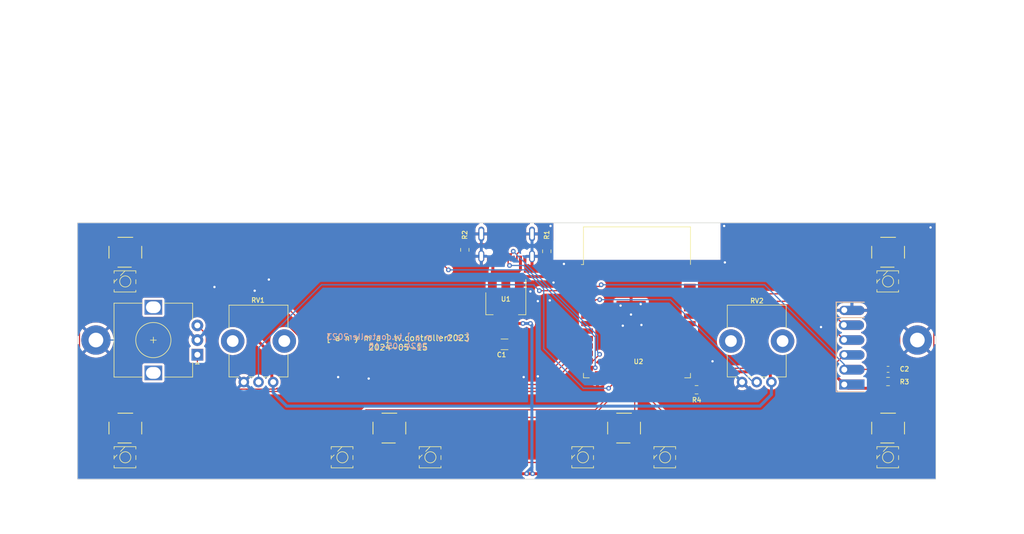
<source format=kicad_pcb>
(kicad_pcb (version 20240108) (generator "pcbnew") (generator_version "8.0")
  (layers (0 "F.Cu" signal) (31 "B.Cu" signal) (34 "B.Paste" user) (35 "F.Paste" user) (36 "B.SilkS" user "B.Silkscreen") (37 "F.SilkS" user "F.Silkscreen") (38 "B.Mask" user) (39 "F.Mask" user) (44 "Edge.Cuts" user))
  (net 0 "")
  (net 1 "/en")
  (net 2 "+3V3")
  (net 3 "/pix")
  (net 4 "GND")
  (net 5 "Net-(D1-DOUT)")
  (net 6 "Net-(D2-DOUT)")
  (net 7 "+5V")
  (net 8 "Net-(D3-DOUT)")
  (net 9 "Net-(D4-DOUT)")
  (net 10 "/flash")
  (net 11 "/rx")
  (net 12 "/tx")
  (net 13 "/usb-")
  (net 14 "/usb+")
  (net 15 "Net-(D5-DOUT)")
  (net 19 "/swi1")
  (net 20 "/swi2")
  (net 21 "/swi3")
  (net 22 "/swi4")
  (net 23 "/swi5")
  (net 24 "/swi6")
  (net 25 "Net-(J1-CC2)")
  (net 26 "Net-(J1-CC1)")
  (net 29 "Net-(U2-04|T4|AD1.3)")
  (net 30 "Net-(U2-05|T5|AD1.4)")
  (net 31 "/enc-1")
  (net 32 "/enc-2")
  (footprint "synkie_footprints:C_1206_3216Metric_Pad1.42x1.75mm_HandSolder" (layer "F.Cu") (at 110.6375 125.73)
    (property "Reference" "C1" (at -0.508 1.778 0) (layer "F.SilkS") (effects (font (size 0.8 0.8))))
    (property "Value" "10u")
    (pad "1" smd roundrect (at -1.4875 0) (size 1.425 1.75) (layers "F.Cu" "F.Paste" "F.Mask") (roundrect_rratio 0.1754392982) (net 2 "+3V3"))
    (pad "2" smd roundrect (at 1.4875 0) (size 1.425 1.75) (layers "F.Cu" "F.Paste" "F.Mask") (roundrect_rratio 0.1754392982) (net 4 "GND"))
  )
  (footprint "synkie_footprints:R_0805_2012Metric_Pad1.15x1.40mm_HandSolder" (layer "F.Cu") (at 143.367 133.477 180)
    (property "Reference" "R4" (at -0.0254 -1.7526 0) (layer "F.SilkS") (effects (font (size 0.8 0.8))))
    (property "Value" "10k")
    (pad "1" smd roundrect (at -1.025 0 180) (size 1.15 1.4) (layers "F.Cu" "F.Paste" "F.Mask") (roundrect_rratio 0.2173913043) (net 2 "+3V3"))
    (pad "2" smd roundrect (at 1.025 0 180) (size 1.15 1.4) (layers "F.Cu" "F.Paste" "F.Mask") (roundrect_rratio 0.2173913043) (net 10 "/flash"))
  )
  (footprint "Anyma06:SK6812-MINI-HS" (layer "F.Cu") (at 176 115 180)
    (property "Reference" "D6" (hide yes))
    (property "Value" "SK6812MINI")
    (pad "1" smd roundrect (at -1.84 0.89 180) (size 1.8 1) (layers "F.Cu" "F.Paste" "F.Mask"))
    (pad "2" smd roundrect (at 1.8 0.89 180) (size 1.8 1) (layers "F.Cu" "F.Paste" "F.Mask") (net 4 "GND"))
    (pad "3" smd roundrect (at 1.84 -0.89 180) (size 1.8 1) (layers "F.Cu" "F.Paste" "F.Mask") (net 15 "Net-(D5-DOUT)"))
    (pad "4" smd roundrect (at -1.84 -0.89 180) (size 1.8 1) (layers "F.Cu" "F.Paste" "F.Mask") (net 2 "+3V3"))
  )
  (footprint "Rotary_Encoder:RotaryEncoder_Alps_EC12E_Vertical_H20mm" (layer "F.Cu") (at 58.284 127.5068 180)
    (property "Reference" "SW7" (hide yes))
    (property "Value" "RotaryEncoder")
    (pad "A" thru_hole rect (at 0 0 180) (size 2 2) (drill 1) (layers "*.Cu" "*.Mask") (net 31 "/enc-1"))
    (pad "B" thru_hole circle (at 0 5 180) (size 2 2) (drill 1) (layers "*.Cu" "*.Mask") (net 32 "/enc-2"))
    (pad "C" thru_hole circle (at 0 2.5 180) (size 2 2) (drill 1) (layers "*.Cu" "*.Mask") (net 4 "GND"))
    (pad "MP" thru_hole rect (at 7.5 -3.1 180) (size 3 2.5) (drill oval 2.5 2) (layers "*.Cu" "*.Mask"))
    (pad "MP" thru_hole rect (at 7.5 8.1 180) (size 3 2.5) (drill oval 2.5 2) (layers "*.Cu" "*.Mask"))
  )
  (footprint "synkie_footprints:Potentiometer_Alps_RK09K_Single_Vertical" (layer "F.Cu") (at 156.1228 132.1712 90)
    (property "Reference" "RV2" (at 13.858 -2.4688 0) (layer "F.SilkS") (effects (font (size 0.8 0.8))))
    (property "Value" "R_Potentiometer")
    (pad "" np_thru_hole circle (at 7 -6.9 90) (size 4 4) (drill 2) (layers "*.Cu" "*.Mask"))
    (pad "" np_thru_hole circle (at 7 1.9 90) (size 4 4) (drill 2) (layers "*.Cu" "*.Mask"))
    (pad "1" thru_hole circle (at 0 0 90) (size 1.8 1.8) (drill 1) (layers "*.Cu" "*.Mask") (net 2 "+3V3"))
    (pad "2" thru_hole circle (at 0 -2.5 90) (size 1.8 1.8) (drill 1) (layers "*.Cu" "*.Mask") (net 30 "Net-(U2-05|T5|AD1.4)"))
    (pad "3" thru_hole circle (at 0 -5 90) (size 1.8 1.8) (drill 1) (layers "*.Cu" "*.Mask") (net 4 "GND"))
  )
  (footprint "synkie_footprints:Alps_Tactile_Switch" (layer "F.Cu") (at 176 110)
    (property "Reference" "SW6" (hide yes))
    (property "Value" "SW_Push")
    (pad "1" smd rect (at -3.115 -1.81) (size 2 1.1) (layers "F.Cu" "F.Paste" "F.Mask") (net 24 "/swi6"))
    (pad "1" smd rect (at 3.185 -1.81) (size 2 1.1) (layers "F.Cu" "F.Paste" "F.Mask") (net 24 "/swi6"))
    (pad "2" smd rect (at -3.115 1.9) (size 2 1.1) (layers "F.Cu" "F.Paste" "F.Mask") (net 4 "GND"))
    (pad "2" smd rect (at 3.185 1.9) (size 2 1.1) (layers "F.Cu" "F.Paste" "F.Mask") (net 4 "GND"))
  )
  (footprint "Package_TO_SOT_SMD:SOT-223-3_TabPin2" (layer "F.Cu") (at 110.855 118.77 -90)
    (property "Reference" "U1" (at -0.762 0 180) (layer "F.SilkS") (effects (font (size 0.8 0.8))))
    (property "Value" "AZ1117-3.3")
    (pad "1" smd rect (at -3.15 -2.3 270) (size 2 1.5) (layers "F.Cu" "F.Paste" "F.Mask") (net 4 "GND"))
    (pad "2" smd rect (at -3.15 0 270) (size 2 1.5) (layers "F.Cu" "F.Paste" "F.Mask") (net 2 "+3V3"))
    (pad "2" smd rect (at 3.15 0 270) (size 2 3.8) (layers "F.Cu" "F.Paste" "F.Mask") (net 2 "+3V3"))
    (pad "3" smd rect (at -3.15 2.3 270) (size 2 1.5) (layers "F.Cu" "F.Paste" "F.Mask") (net 7 "+5V"))
  )
  (footprint "synkie_footprints:Alps_Tactile_Switch" (layer "F.Cu") (at 46 140)
    (property "Reference" "SW2" (hide yes))
    (property "Value" "SW_Push")
    (pad "1" smd rect (at -3.115 -1.81) (size 2 1.1) (layers "F.Cu" "F.Paste" "F.Mask") (net 20 "/swi2"))
    (pad "1" smd rect (at 3.185 -1.81) (size 2 1.1) (layers "F.Cu" "F.Paste" "F.Mask") (net 20 "/swi2"))
    (pad "2" smd rect (at -3.115 1.9) (size 2 1.1) (layers "F.Cu" "F.Paste" "F.Mask") (net 4 "GND"))
    (pad "2" smd rect (at 3.185 1.9) (size 2 1.1) (layers "F.Cu" "F.Paste" "F.Mask") (net 4 "GND"))
  )
  (footprint "Anyma06:SK6812-MINI-HS" (layer "F.Cu") (at 46 145 180)
    (property "Reference" "D2" (hide yes))
    (property "Value" "SK6812MINI")
    (pad "1" smd roundrect (at -1.84 0.89 180) (size 1.8 1) (layers "F.Cu" "F.Paste" "F.Mask") (net 6 "Net-(D2-DOUT)"))
    (pad "2" smd roundrect (at 1.8 0.89 180) (size 1.8 1) (layers "F.Cu" "F.Paste" "F.Mask") (net 4 "GND"))
    (pad "3" smd roundrect (at 1.84 -0.89 180) (size 1.8 1) (layers "F.Cu" "F.Paste" "F.Mask") (net 5 "Net-(D1-DOUT)"))
    (pad "4" smd roundrect (at -1.84 -0.89 180) (size 1.8 1) (layers "F.Cu" "F.Paste" "F.Mask") (net 2 "+3V3"))
  )
  (footprint "Anyma06:SK6812-MINI-HS" (layer "F.Cu") (at 83 145 180)
    (property "Reference" "D7" (hide yes))
    (property "Value" "SK6812MINI")
    (pad "1" smd roundrect (at -1.84 0.89 180) (size 1.8 1) (layers "F.Cu" "F.Paste" "F.Mask"))
    (pad "2" smd roundrect (at 1.8 0.89 180) (size 1.8 1) (layers "F.Cu" "F.Paste" "F.Mask") (net 4 "GND"))
    (pad "3" smd roundrect (at 1.84 -0.89 180) (size 1.8 1) (layers "F.Cu" "F.Paste" "F.Mask") (net 6 "Net-(D2-DOUT)"))
    (pad "4" smd roundrect (at -1.84 -0.89 180) (size 1.8 1) (layers "F.Cu" "F.Paste" "F.Mask") (net 2 "+3V3"))
  )
  (footprint "synkie_footprints:Potentiometer_Alps_RK09K_Single_Vertical" (layer "F.Cu") (at 71.2056 132.1712 90)
    (property "Reference" "RV1" (at 13.9596 -2.5908 0) (layer "F.SilkS") (effects (font (size 0.8 0.8))))
    (property "Value" "R_Potentiometer")
    (pad "" np_thru_hole circle (at 7 -6.9 90) (size 4 4) (drill 2) (layers "*.Cu" "*.Mask"))
    (pad "" np_thru_hole circle (at 7 1.9 90) (size 4 4) (drill 2) (layers "*.Cu" "*.Mask"))
    (pad "1" thru_hole circle (at 0 0 90) (size 1.8 1.8) (drill 1) (layers "*.Cu" "*.Mask") (net 2 "+3V3"))
    (pad "2" thru_hole circle (at 0 -2.5 90) (size 1.8 1.8) (drill 1) (layers "*.Cu" "*.Mask") (net 29 "Net-(U2-04|T4|AD1.3)"))
    (pad "3" thru_hole circle (at 0 -5 90) (size 1.8 1.8) (drill 1) (layers "*.Cu" "*.Mask") (net 4 "GND"))
  )
  (footprint "Anyma06:ComboPinhead_06" (layer "F.Cu") (at 168.54 127.5 180)
    (property "Reference" "J2" (hide yes))
    (property "Value" "Conn_01x06")
    (pad "1" thru_hole rect (at 0 -5.08 180) (size 4.3 1.7) (drill 1 (offset -1.3 0)) (layers "*.Cu" "*.Mask") (net 2 "+3V3"))
    (pad "2" thru_hole oval (at 0 -2.54 180) (size 4.3 1.66) (drill 1 (offset -1.3 -0.02)) (layers "*.Cu" "*.Mask") (net 1 "/en"))
    (pad "3" thru_hole oval (at 0 0 180) (size 4.3 1.62) (drill 1 (offset -1.3 -0.04)) (layers "*.Cu" "*.Mask") (net 10 "/flash"))
    (pad "4" thru_hole oval (at 0.04 2.54 180) (size 4.3 1.62) (drill 1 (offset -1.3 -0.04)) (layers "*.Cu" "*.Mask") (net 11 "/rx"))
    (pad "5" thru_hole oval (at 0.08 5.08 180) (size 4.3 1.62) (drill 1 (offset -1.3 -0.04)) (layers "*.Cu" "*.Mask") (net 12 "/tx"))
    (pad "6" thru_hole oval (at 0 7.62 180) (size 4.3 1.58) (drill 1 (offset -1.3 -0.06)) (layers "*.Cu" "*.Mask") (net 4 "GND"))
  )
  (footprint "synkie_footprints:Alps_Tactile_Switch" (layer "F.Cu") (at 91 140)
    (property "Reference" "SW3" (hide yes))
    (property "Value" "SW_Push")
    (pad "1" smd rect (at -3.115 -1.81) (size 2 1.1) (layers "F.Cu" "F.Paste" "F.Mask") (net 21 "/swi3"))
    (pad "1" smd rect (at 3.185 -1.81) (size 2 1.1) (layers "F.Cu" "F.Paste" "F.Mask") (net 21 "/swi3"))
    (pad "2" smd rect (at -3.115 1.9) (size 2 1.1) (layers "F.Cu" "F.Paste" "F.Mask") (net 4 "GND"))
    (pad "2" smd rect (at 3.185 1.9) (size 2 1.1) (layers "F.Cu" "F.Paste" "F.Mask") (net 4 "GND"))
  )
  (footprint "2022_midi_controller:ESP32-S3-WROOM" (layer "F.Cu") (at 133.211 121.563)
    (property "Reference" "U2" (at 0.254 7.112 0) (layer "F.SilkS") (effects (font (size 0.8 0.8))))
    (property "Value" "ESP32-S3-WROOM")
    (pad "1" smd rect (at -8.5 -8.255) (size 2 0.9) (layers "F.Cu" "F.Paste" "F.Mask") (net 4 "GND"))
    (pad "2" smd rect (at -8.5 -6.985) (size 2 0.9) (layers "F.Cu" "F.Paste" "F.Mask") (net 2 "+3V3"))
    (pad "3" smd rect (at -8.5 -5.715) (size 2 0.9) (layers "F.Cu" "F.Paste" "F.Mask") (net 1 "/en"))
    (pad "4" smd rect (at -8.5 -4.445) (size 2 0.9) (layers "F.Cu" "F.Paste" "F.Mask") (net 29 "Net-(U2-04|T4|AD1.3)"))
    (pad "5" smd rect (at -8.5 -3.175) (size 2 0.9) (layers "F.Cu" "F.Paste" "F.Mask") (net 30 "Net-(U2-05|T5|AD1.4)"))
    (pad "6" smd rect (at -8.5 -1.905) (size 2 0.9) (layers "F.Cu" "F.Paste" "F.Mask"))
    (pad "7" smd rect (at -8.5 -0.635) (size 2 0.9) (layers "F.Cu" "F.Paste" "F.Mask"))
    (pad "8" smd rect (at -8.5 0.635) (size 2 0.9) (layers "F.Cu" "F.Paste" "F.Mask"))
    (pad "9" smd rect (at -8.5 1.905) (size 2 0.9) (layers "F.Cu" "F.Paste" "F.Mask"))
    (pad "10" smd rect (at -8.5 3.175) (size 2 0.9) (layers "F.Cu" "F.Paste" "F.Mask") (net 3 "/pix"))
    (pad "11" smd rect (at -8.5 4.445) (size 2 0.9) (layers "F.Cu" "F.Paste" "F.Mask") (net 32 "/enc-2"))
    (pad "12" smd rect (at -8.5 5.715) (size 2 0.9) (layers "F.Cu" "F.Paste" "F.Mask") (net 31 "/enc-1"))
    (pad "13" smd rect (at -8.5 6.985) (size 2 0.9) (layers "F.Cu" "F.Paste" "F.Mask") (net 13 "/usb-"))
    (pad "14" smd rect (at -8.5 8.255) (size 2 0.9) (layers "F.Cu" "F.Paste" "F.Mask") (net 14 "/usb+"))
    (pad "15" smd rect (at -6.735 9.755 90) (size 2 0.9) (layers "F.Cu" "F.Paste" "F.Mask") (net 4 "GND"))
    (pad "16" smd rect (at -5.465 9.755 90) (size 2 0.9) (layers "F.Cu" "F.Paste" "F.Mask"))
    (pad "17" smd rect (at -4.195 9.755 90) (size 2 0.9) (layers "F.Cu" "F.Paste" "F.Mask") (net 19 "/swi1"))
    (pad "18" smd rect (at -2.925 9.755 90) (size 2 0.9) (layers "F.Cu" "F.Paste" "F.Mask") (net 20 "/swi2"))
    (pad "19" smd rect (at -1.655 9.755 90) (size 2 0.9) (layers "F.Cu" "F.Paste" "F.Mask") (net 21 "/swi3"))
    (pad "20" smd rect (at -0.385 9.755 90) (size 2 0.9) (layers "F.Cu" "F.Paste" "F.Mask") (net 22 "/swi4"))
    (pad "21" smd rect (at 0.885 9.755 90) (size 2 0.9) (layers "F.Cu" "F.Paste" "F.Mask") (net 23 "/swi5"))
    (pad "22" smd rect (at 2.155 9.755 90) (size 2 0.9) (layers "F.Cu" "F.Paste" "F.Mask"))
    (pad "23" smd rect (at 3.425 9.755 90) (size 2 0.9) (layers "F.Cu" "F.Paste" "F.Mask"))
    (pad "24" smd rect (at 4.695 9.755 90) (size 2 0.9) (layers "F.Cu" "F.Paste" "F.Mask"))
    (pad "25" smd rect (at 6 9.75 90) (size 2 0.9) (layers "F.Cu" "F.Paste" "F.Mask"))
    (pad "26" smd rect (at 7.25 9.75 90) (size 2 0.9) (layers "F.Cu" "F.Paste" "F.Mask"))
    (pad "27" smd rect (at 9 8.255) (size 2 0.9) (layers "F.Cu" "F.Paste" "F.Mask") (net 10 "/flash"))
    (pad "28" smd rect (at 9 6.985) (size 2 0.9) (layers "F.Cu" "F.Paste" "F.Mask"))
    (pad "29" smd rect (at 9 5.715) (size 2 0.9) (layers "F.Cu" "F.Paste" "F.Mask"))
    (pad "30" smd rect (at 9 4.445) (size 2 0.9) (layers "F.Cu" "F.Paste" "F.Mask"))
    (pad "31" smd rect (at 9 3.175) (size 2 0.9) (layers "F.Cu" "F.Paste" "F.Mask"))
    (pad "32" smd rect (at 9 1.905) (size 2 0.9) (layers "F.Cu" "F.Paste" "F.Mask"))
    (pad "33" smd rect (at 9 0.635) (size 2 0.9) (layers "F.Cu" "F.Paste" "F.Mask"))
    (pad "34" smd rect (at 9 -0.635) (size 2 0.9) (layers "F.Cu" "F.Paste" "F.Mask"))
    (pad "35" smd rect (at 9 -1.905) (size 2 0.9) (layers "F.Cu" "F.Paste" "F.Mask"))
    (pad "36" smd rect (at 9 -3.175) (size 2 0.9) (layers "F.Cu" "F.Paste" "F.Mask") (net 11 "/rx"))
    (pad "37" smd rect (at 9 -4.445) (size 2 0.9) (layers "F.Cu" "F.Paste" "F.Mask") (net 12 "/tx"))
    (pad "38" smd rect (at 9 -5.715) (size 2 0.9) (layers "F.Cu" "F.Paste" "F.Mask"))
    (pad "39" smd rect (at 9 -7) (size 2 0.9) (layers "F.Cu" "F.Paste" "F.Mask") (net 24 "/swi6"))
    (pad "40" smd rect (at 9 -8.25) (size 2 0.9) (layers "F.Cu" "F.Paste" "F.Mask") (net 4 "GND"))
    (pad "41" smd rect (at -1 -0.755) (size 5 5) (layers "F.Cu" "F.Paste" "F.Mask") (net 4 "GND"))
    (zone (net 0) (net_name "") (layers "*.Cu") (connect_pads (clearance 0)) (min_thickness 0.254)
      (keepout (tracks not_allowed) (vias not_allowed) (pads not_allowed) (copperpour not_allowed) (footprints not_allowed))
      (fill (thermal_gap 0.508) (thermal_bridge_width 0.508))
      (polygon (pts (xy 147.461 111.313) (xy 118.961 111.313) (xy 118.961 100.563) (xy 147.461 100.563)))
    )
  )
  (footprint "synkie_footprints:R_0805_2012Metric_Pad1.15x1.40mm_HandSolder" (layer "F.Cu") (at 176 132.08 180)
    (property "Reference" "R3" (at -2.8 -0.0508 0) (layer "F.SilkS") (effects (font (size 0.8 0.8))))
    (property "Value" "10k")
    (pad "1" smd roundrect (at -1.025 0 180) (size 1.15 1.4) (layers "F.Cu" "F.Paste" "F.Mask") (roundrect_rratio 0.2173913043) (net 2 "+3V3"))
    (pad "2" smd roundrect (at 1.025 0 180) (size 1.15 1.4) (layers "F.Cu" "F.Paste" "F.Mask") (roundrect_rratio 0.2173913043) (net 1 "/en"))
  )
  (footprint "synkie_footprints:Alps_Tactile_Switch" (layer "F.Cu") (at 46 110)
    (property "Reference" "SW1" (hide yes))
    (property "Value" "SW_Push")
    (pad "1" smd rect (at -3.115 -1.81) (size 2 1.1) (layers "F.Cu" "F.Paste" "F.Mask") (net 19 "/swi1"))
    (pad "1" smd rect (at 3.185 -1.81) (size 2 1.1) (layers "F.Cu" "F.Paste" "F.Mask") (net 19 "/swi1"))
    (pad "2" smd rect (at -3.115 1.9) (size 2 1.1) (layers "F.Cu" "F.Paste" "F.Mask") (net 4 "GND"))
    (pad "2" smd rect (at 3.185 1.9) (size 2 1.1) (layers "F.Cu" "F.Paste" "F.Mask") (net 4 "GND"))
  )
  (footprint "synkie_footprints:C_0603_1608Metric_Pad1.05x0.95mm_HandSolder" (layer "F.Cu") (at 176 130)
    (property "Reference" "C2" (at 2.8 -0.0536 0) (layer "F.SilkS") (effects (font (size 0.8 0.8))))
    (property "Value" "1u")
    (pad "1" smd roundrect (at -0.875 0) (size 1.05 0.95) (layers "F.Cu" "F.Paste" "F.Mask") (net 1 "/en"))
    (pad "2" smd roundrect (at 0.875 0) (size 1.05 0.95) (layers "F.Cu" "F.Paste" "F.Mask") (net 4 "GND"))
  )
  (footprint "synkie_footprints:Alps_Tactile_Switch" (layer "F.Cu") (at 176 140)
    (property "Reference" "SW5" (hide yes))
    (property "Value" "SW_Push")
    (pad "1" smd rect (at -3.115 -1.81) (size 2 1.1) (layers "F.Cu" "F.Paste" "F.Mask") (net 23 "/swi5"))
    (pad "1" smd rect (at 3.185 -1.81) (size 2 1.1) (layers "F.Cu" "F.Paste" "F.Mask") (net 23 "/swi5"))
    (pad "2" smd rect (at -3.115 1.9) (size 2 1.1) (layers "F.Cu" "F.Paste" "F.Mask") (net 4 "GND"))
    (pad "2" smd rect (at 3.185 1.9) (size 2 1.1) (layers "F.Cu" "F.Paste" "F.Mask") (net 4 "GND"))
  )
  (footprint "synkie_footprints:Alps_Tactile_Switch" (layer "F.Cu") (at 131 140)
    (property "Reference" "SW4" (hide yes))
    (property "Value" "SW_Push")
    (pad "1" smd rect (at -3.115 -1.81) (size 2 1.1) (layers "F.Cu" "F.Paste" "F.Mask") (net 22 "/swi4"))
    (pad "1" smd rect (at 3.185 -1.81) (size 2 1.1) (layers "F.Cu" "F.Paste" "F.Mask") (net 22 "/swi4"))
    (pad "2" smd rect (at -3.115 1.9) (size 2 1.1) (layers "F.Cu" "F.Paste" "F.Mask") (net 4 "GND"))
    (pad "2" smd rect (at 3.185 1.9) (size 2 1.1) (layers "F.Cu" "F.Paste" "F.Mask") (net 4 "GND"))
  )
  (footprint "MountingHole:MountingHole_2.5mm_Pad" (layer "F.Cu") (at 41 125 180)
    (property "Reference" "H1" (hide yes))
    (property "Value" "MountingHole_Pad")
    (pad "1" thru_hole circle (at 0 0 180) (size 5 5) (drill 2.5) (layers "*.Cu" "*.Mask") (net 4 "GND"))
  )
  (footprint "synkie_footprints:R_0805_2012Metric_Pad1.15x1.40mm_HandSolder" (layer "F.Cu") (at 117.84 109.855 -90)
    (property "Reference" "R1" (at -2.785 0 90) (layer "F.SilkS") (effects (font (size 0.8 0.8))))
    (property "Value" "5k1")
    (pad "1" smd roundrect (at -1.025 0 270) (size 1.15 1.4) (layers "F.Cu" "F.Paste" "F.Mask") (roundrect_rratio 0.2173913043) (net 26 "Net-(J1-CC1)"))
    (pad "2" smd roundrect (at 1.025 0 270) (size 1.15 1.4) (layers "F.Cu" "F.Paste" "F.Mask") (roundrect_rratio 0.2173913043) (net 4 "GND"))
  )
  (footprint "MountingHole:MountingHole_2.5mm_Pad" (layer "F.Cu") (at 181 125)
    (property "Reference" "H2" (hide yes))
    (property "Value" "MountingHole_Pad")
    (pad "1" thru_hole circle (at 0 0) (size 5 5) (drill 2.5) (layers "*.Cu" "*.Mask") (net 4 "GND"))
  )
  (footprint "Anyma06:SK6812-MINI-HS" (layer "F.Cu") (at 98 145 180)
    (property "Reference" "D3" (hide yes))
    (property "Value" "SK6812MINI")
    (pad "1" smd roundrect (at -1.84 0.89 180) (size 1.8 1) (layers "F.Cu" "F.Paste" "F.Mask") (net 8 "Net-(D3-DOUT)"))
    (pad "2" smd roundrect (at 1.8 0.89 180) (size 1.8 1) (layers "F.Cu" "F.Paste" "F.Mask") (net 4 "GND"))
    (pad "3" smd roundrect (at 1.84 -0.89 180) (size 1.8 1) (layers "F.Cu" "F.Paste" "F.Mask") (net 6 "Net-(D2-DOUT)"))
    (pad "4" smd roundrect (at -1.84 -0.89 180) (size 1.8 1) (layers "F.Cu" "F.Paste" "F.Mask") (net 2 "+3V3"))
  )
  (footprint "Anyma06:SK6812-MINI-HS" (layer "F.Cu") (at 46 115 180)
    (property "Reference" "D1" (hide yes))
    (property "Value" "SK6812MINI")
    (pad "1" smd roundrect (at -1.84 0.89 180) (size 1.8 1) (layers "F.Cu" "F.Paste" "F.Mask") (net 5 "Net-(D1-DOUT)"))
    (pad "2" smd roundrect (at 1.8 0.89 180) (size 1.8 1) (layers "F.Cu" "F.Paste" "F.Mask") (net 4 "GND"))
    (pad "3" smd roundrect (at 1.84 -0.89 180) (size 1.8 1) (layers "F.Cu" "F.Paste" "F.Mask") (net 3 "/pix"))
    (pad "4" smd roundrect (at -1.84 -0.89 180) (size 1.8 1) (layers "F.Cu" "F.Paste" "F.Mask") (net 2 "+3V3"))
  )
  (footprint "Anyma06:SK6812-MINI-HS" (layer "F.Cu") (at 124 145 180)
    (property "Reference" "D8" (hide yes))
    (property "Value" "SK6812MINI")
    (pad "1" smd roundrect (at -1.84 0.89 180) (size 1.8 1) (layers "F.Cu" "F.Paste" "F.Mask"))
    (pad "2" smd roundrect (at 1.8 0.89 180) (size 1.8 1) (layers "F.Cu" "F.Paste" "F.Mask") (net 4 "GND"))
    (pad "3" smd roundrect (at 1.84 -0.89 180) (size 1.8 1) (layers "F.Cu" "F.Paste" "F.Mask") (net 8 "Net-(D3-DOUT)"))
    (pad "4" smd roundrect (at -1.84 -0.89 180) (size 1.8 1) (layers "F.Cu" "F.Paste" "F.Mask") (net 2 "+3V3"))
  )
  (footprint "Anyma06:SK6812-MINI-HS" (layer "F.Cu") (at 138 145 180)
    (property "Reference" "D4" (hide yes))
    (property "Value" "SK6812MINI")
    (pad "1" smd roundrect (at -1.84 0.89 180) (size 1.8 1) (layers "F.Cu" "F.Paste" "F.Mask") (net 9 "Net-(D4-DOUT)"))
    (pad "2" smd roundrect (at 1.8 0.89 180) (size 1.8 1) (layers "F.Cu" "F.Paste" "F.Mask") (net 4 "GND"))
    (pad "3" smd roundrect (at 1.84 -0.89 180) (size 1.8 1) (layers "F.Cu" "F.Paste" "F.Mask") (net 8 "Net-(D3-DOUT)"))
    (pad "4" smd roundrect (at -1.84 -0.89 180) (size 1.8 1) (layers "F.Cu" "F.Paste" "F.Mask") (net 2 "+3V3"))
  )
  (footprint "synkie_footprints:R_0805_2012Metric_Pad1.15x1.40mm_HandSolder" (layer "F.Cu") (at 103.87 109.61 -90)
    (property "Reference" "R2" (at -2.54 0 90) (layer "F.SilkS") (effects (font (size 0.8 0.8))))
    (property "Value" "5k1")
    (pad "1" smd roundrect (at -1.025 0 270) (size 1.15 1.4) (layers "F.Cu" "F.Paste" "F.Mask") (roundrect_rratio 0.2173913043) (net 25 "Net-(J1-CC2)"))
    (pad "2" smd roundrect (at 1.025 0 270) (size 1.15 1.4) (layers "F.Cu" "F.Paste" "F.Mask") (roundrect_rratio 0.2173913043) (net 4 "GND"))
  )
  (footprint "Anyma06:SK6812-MINI-HS" (layer "F.Cu") (at 176 145 180)
    (property "Reference" "D5" (hide yes))
    (property "Value" "SK6812MINI")
    (pad "1" smd roundrect (at -1.84 0.89 180) (size 1.8 1) (layers "F.Cu" "F.Paste" "F.Mask") (net 15 "Net-(D5-DOUT)"))
    (pad "2" smd roundrect (at 1.8 0.89 180) (size 1.8 1) (layers "F.Cu" "F.Paste" "F.Mask") (net 4 "GND"))
    (pad "3" smd roundrect (at 1.84 -0.89 180) (size 1.8 1) (layers "F.Cu" "F.Paste" "F.Mask") (net 9 "Net-(D4-DOUT)"))
    (pad "4" smd roundrect (at -1.84 -0.89 180) (size 1.8 1) (layers "F.Cu" "F.Paste" "F.Mask") (net 2 "+3V3"))
  )
  (footprint "synkie_footprints:JAE_USB-C_SJ122205" (layer "F.Cu") (at 111 110 180)
    (property "Reference" "J1" (hide yes))
    (property "Value" "USB_C_Receptacle_USB2.0")
    (pad "" np_thru_hole circle (at -3 0 180) (size 0.6 0.6) (drill 0.6) (layers "*.Cu" "*.Mask"))
    (pad "" np_thru_hole oval (at 3 0 180) (size 0.85 0.6) (drill oval 0.85 0.6) (layers "*.Cu" "*.Mask"))
    (pad "A1" smd rect (at -3.1 -1.1 180) (size 0.52 1) (layers "F.Cu" "F.Paste" "F.Mask") (net 4 "GND"))
    (pad "A4" smd rect (at -2.35 -1.1 180) (size 0.52 1) (layers "F.Cu" "F.Paste" "F.Mask") (net 7 "+5V"))
    (pad "A5" smd rect (at -1.75 -1.1 180) (size 0.27 1) (layers "F.Cu" "F.Paste" "F.Mask") (net 26 "Net-(J1-CC1)"))
    (pad "A6" smd rect (at -0.25 -1.1 180) (size 0.27 1) (layers "F.Cu" "F.Paste" "F.Mask") (net 14 "/usb+"))
    (pad "A7" smd rect (at 0.75 -1.1 180) (size 0.27 1) (layers "F.Cu" "F.Paste" "F.Mask") (net 13 "/usb-"))
    (pad "A8" smd rect (at 1.75 -1.1 180) (size 0.27 1) (layers "F.Cu" "F.Paste" "F.Mask"))
    (pad "A9" smd rect (at 2.35 -1.1 180) (size 0.52 1) (layers "F.Cu" "F.Paste" "F.Mask") (net 7 "+5V"))
    (pad "A12" smd rect (at 3.1 -1.1 180) (size 0.52 1) (layers "F.Cu" "F.Paste" "F.Mask") (net 4 "GND"))
    (pad "B5" smd rect (at 1.25 -1.1 180) (size 0.27 1) (layers "F.Cu" "F.Paste" "F.Mask") (net 25 "Net-(J1-CC2)"))
    (pad "B6" smd rect (at 0.25 -1.1 180) (size 0.27 1) (layers "F.Cu" "F.Paste" "F.Mask") (net 14 "/usb+"))
    (pad "B7" smd rect (at -0.75 -1.1 180) (size 0.27 1) (layers "F.Cu" "F.Paste" "F.Mask") (net 13 "/usb-"))
    (pad "B8" smd rect (at -1.25 -1.1 180) (size 0.27 1) (layers "F.Cu" "F.Paste" "F.Mask"))
    (pad "MT" smd rect (at -1.4 3.2 180) (size 1 2) (layers "F.Cu" "F.Paste" "F.Mask"))
    (pad "MT" smd rect (at 1.4 3.2 180) (size 1 2) (layers "F.Cu" "F.Paste" "F.Mask"))
    (pad "S1" thru_hole oval (at -4.32 -0.725 180) (size 1 2) (drill oval 0.6 1.6) (layers "*.Cu" "*.Mask") (net 4 "GND"))
    (pad "S1" thru_hole oval (at -4.32 3.1 180) (size 1 2.5) (drill oval 0.6 1.9) (layers "*.Cu" "*.Mask") (net 4 "GND"))
    (pad "S1" thru_hole oval (at 4.32 -0.7 180) (size 1 2) (drill oval 0.6 1.6) (layers "*.Cu" "*.Mask") (net 4 "GND"))
    (pad "S1" thru_hole oval (at 4.32 3.1 180) (size 1 2.5) (drill oval 0.6 1.9) (layers "*.Cu" "*.Mask") (net 4 "GND"))
  )
  (gr_rect (start 37.858 105) (end 184.142 148.73) (stroke (width 0.1)) (fill none) (layer "Edge.Cuts"))
  (gr_text "[ a n y m a ] tv.controller2023\n2024-05-15\n" (at 92.4908 126.6444 -0) (layer "B.SilkS") (effects (font (size 1 1)) (justify bottom mirror)))
  (gr_text "[ a n y m a ] tv.controller2023\n2024-05-15\n" (at 92.4908 126.8476 0) (layer "F.SilkS") (effects (font (size 1 1)) (justify bottom)))
  (segment (start 175.125 130) (end 168.58 130) (width 0.2) (layer "F.Cu") (net 1))
  (segment (start 124.711 115.848) (end 126.833 115.848) (width 0.2) (layer "F.Cu") (net 1))
  (segment (start 168.58 130) (end 168.54 130.04) (width 0.2) (layer "F.Cu") (net 1))
  (segment (start 126.833 115.848) (end 127.111 115.57) (width 0.2) (layer "F.Cu") (net 1))
  (segment (start 174.975 130.15) (end 175.125 130) (width 0.2) (layer "F.Cu") (net 1))
  (segment (start 174.975 132.08) (end 174.975 130.15) (width 0.2) (layer "F.Cu") (net 1))
  (via (at 127.111 115.57) (size 0.8) (drill 0.4) (layers "F.Cu" "B.Cu") (net 1))
  (segment (start 154.960223 115.57) (end 168.54 129.149777) (width 0.2) (layer "B.Cu") (net 1))
  (segment (start 168.54 129.149777) (end 168.54 130.04) (width 0.2) (layer "B.Cu") (net 1))
  (segment (start 127.111 115.57) (end 154.960223 115.57) (width 0.2) (layer "B.Cu") (net 1))
  (segment (start 169.19 133.23) (end 168.54 132.58) (width 0.5) (layer "F.Cu") (net 2))
  (segment (start 140.065 147.805) (end 177.33 147.805) (width 0.5) (layer "F.Cu") (net 2))
  (segment (start 155.94 130.42) (end 166.38 130.42) (width 0.5) (layer "F.Cu") (net 2))
  (segment (start 47.84 115.89) (end 59.359 115.89) (width 0.5) (layer "F.Cu") (net 2))
  (segment (start 125.84 145.89) (end 125.84 147.55) (width 0.5) (layer "F.Cu") (net 2))
  (segment (start 123.669 114.578) (end 123.261 114.17) (width 0.5) (layer "F.Cu") (net 2))
  (segment (start 112.125 114.17) (end 110.855 115.44) (width 0.5) (layer "F.Cu") (net 2))
  (segment (start 126.095 147.805) (end 140.065 147.805) (width 0.5) (layer "F.Cu") (net 2))
  (segment (start 110.855 115.62) (end 110.855 121.92) (width 0.5) (layer "F.Cu") (net 2))
  (segment (start 84.84 147.785) (end 84.82 147.805) (width 0.5) (layer "F.Cu") (net 2))
  (segment (start 109.15 125.73) (end 109.15 123.625) (width 0.5) (layer "F.Cu") (net 2))
  (segment (start 99.84 147.585) (end 100.06 147.805) (width 0.5) (layer "F.Cu") (net 2))
  (segment (start 84.84 145.89) (end 84.84 147.785) (width 0.5) (layer "F.Cu") (net 2))
  (segment (start 177.84 127.31) (end 177.85 127.32) (width 0.5) (layer "F.Cu") (net 2))
  (segment (start 114.411 147.805) (end 115.427 147.805) (width 0.5) (layer "F.Cu") (net 2))
  (segment (start 70.977 131.9426) (end 71.2056 132.1712) (width 0.5) (layer "F.Cu") (net 2))
  (segment (start 99.84 145.89) (end 99.84 147.585) (width 0.5) (layer "F.Cu") (net 2))
  (segment (start 155.94 130.42) (end 155.94 131.9884) (width 0.5) (layer "F.Cu") (net 2))
  (segment (start 166.38 130.42) (end 168.54 132.58) (width 0.5) (layer "F.Cu") (net 2))
  (segment (start 144.265 130.42) (end 155.94 130.42) (width 0.5) (layer "F.Cu") (net 2))
  (segment (start 84.82 147.805) (end 100.06 147.805) (width 0.5) (layer "F.Cu") (net 2))
  (segment (start 177.025 132.08) (end 175.875 133.23) (width 0.5) (layer "F.Cu") (net 2))
  (segment (start 70.977 127.508) (end 70.977 131.9426) (width 0.5) (layer "F.Cu") (net 2))
  (segment (start 109.15 123.625) (end 110.855 121.92) (width 0.5) (layer "F.Cu") (net 2))
  (segment (start 177.84 115.89) (end 177.84 127.31) (width 0.5) (layer "F.Cu") (net 2))
  (segment (start 139.84 147.58) (end 140.065 147.805) (width 0.5) (layer "F.Cu") (net 2))
  (segment (start 59.359 115.89) (end 70.977 127.508) (width 0.5) (layer "F.Cu") (net 2))
  (segment (start 115.427 147.805) (end 126.095 147.805) (width 0.5) (layer "F.Cu") (net 2))
  (segment (start 123.261 114.17) (end 112.125 114.17) (width 0.5) (layer "F.Cu") (net 2))
  (segment (start 175.875 133.23) (end 169.19 133.23) (width 0.5) (layer "F.Cu") (net 2))
  (segment (start 177.85 127.32) (end 177.85 131.255) (width 0.5) (layer "F.Cu") (net 2))
  (segment (start 177.84 147.295) (end 177.84 145.89) (width 0.5) (layer "F.Cu") (net 2))
  (segment (start 139.84 145.89) (end 139.84 147.58) (width 0.5) (layer "F.Cu") (net 2))
  (segment (start 124.711 114.578) (end 123.669 114.578) (width 0.5) (layer "F.Cu") (net 2))
  (segment (start 110.855 121.92) (end 111.109 122.174) (width 0.5) (layer "F.Cu") (net 2))
  (segment (start 155.94 131.9884) (end 156.1228 132.1712) (width 0.5) (layer "F.Cu") (net 2))
  (segment (start 47.84 145.89) (end 47.84 147.805) (width 0.5) (layer "F.Cu") (net 2))
  (segment (start 110.855 115.44) (end 110.855 115.62) (width 0.5) (layer "F.Cu") (net 2))
  (segment (start 144.265 132.715) (end 144.265 130.42) (width 0.5) (layer "F.Cu") (net 2))
  (segment (start 71.485 147.805) (end 84.82 147.805) (width 0.5) (layer "F.Cu") (net 2))
  (segment (start 177.85 131.255) (end 177.025 132.08) (width 0.5) (layer "F.Cu") (net 2))
  (segment (start 100.06 147.805) (end 114.411 147.805) (width 0.5) (layer "F.Cu") (net 2))
  (segment (start 125.84 147.55) (end 126.095 147.805) (width 0.5) (layer "F.Cu") (net 2))
  (segment (start 47.84 147.805) (end 71.485 147.805) (width 0.5) (layer "F.Cu") (net 2))
  (segment (start 177.33 147.805) (end 177.84 147.295) (width 0.5) (layer "F.Cu") (net 2))
  (segment (start 111.109 122.174) (end 113.776 122.174) (width 0.5) (layer "F.Cu") (net 2))
  (via (at 114.411 147.805) (size 0.8) (drill 0.4) (layers "F.Cu" "B.Cu") (net 2))
  (via (at 113.776 122.174) (size 0.8) (drill 0.4) (layers "F.Cu" "B.Cu") (net 2))
  (via (at 115.427 147.805) (size 0.8) (drill 0.4) (layers "F.Cu" "B.Cu") (net 2))
  (via (at 115.046 122.174) (size 0.8) (drill 0.4) (layers "F.Cu" "B.Cu") (net 2))
  (segment (start 115.3 146.685) (end 115.3 147.678) (width 0.5) (layer "B.Cu") (net 2))
  (segment (start 115.3 122.428) (end 115.046 122.174) (width 0.5) (layer "B.Cu") (net 2))
  (segment (start 115.3 135.128) (end 115.3 146.685) (width 0.5) (layer "B.Cu") (net 2))
  (segment (start 115.3 146.685) (end 114.411 147.574) (width 0.5) (layer "B.Cu") (net 2))
  (segment (start 115.046 136.271) (end 73.517 136.271) (width 0.5) (layer "B.Cu") (net 2))
  (segment (start 115.3 136.017) (end 115.3 134.6758) (width 0.5) (layer "B.Cu") (net 2))
  (segment (start 115.3 134.6758) (end 115.3 135.128) (width 0.5) (layer "B.Cu") (net 2))
  (segment (start 156.1228 134.3102) (end 154.162 136.271) (width 0.5) (layer "B.Cu") (net 2))
  (segment (start 154.162 136.271) (end 115.554 136.271) (width 0.5) (layer "B.Cu") (net 2))
  (segment (start 156.1228 132.1712) (end 156.1228 134.3102) (width 0.5) (layer "B.Cu") (net 2))
  (segment (start 71.2056 133.9596) (end 71.2056 132.1712) (width 0.5) (layer "B.Cu") (net 2))
  (segment (start 114.411 147.574) (end 114.411 147.805) (width 0.5) (layer "B.Cu") (net 2))
  (segment (start 113.776 122.174) (end 115.046 122.174) (width 0.5) (layer "B.Cu") (net 2))
  (segment (start 115.554 136.271) (end 115.3 136.017) (width 0.5) (layer "B.Cu") (net 2))
  (segment (start 115.3 135.128) (end 115.3 122.428) (width 0.5) (layer "B.Cu") (net 2))
  (segment (start 115.3 136.017) (end 115.046 136.271) (width 0.5) (layer "B.Cu") (net 2))
  (segment (start 73.517 136.271) (end 71.2056 133.9596) (width 0.5) (layer "B.Cu") (net 2))
  (segment (start 115.3 147.678) (end 115.427 147.805) (width 0.5) (layer "B.Cu") (net 2))
  (segment (start 69.091 114.954) (end 86.725 132.588) (width 0.2) (layer "F.Cu") (net 3))
  (segment (start 86.725 132.588) (end 116.189 132.588) (width 0.2) (layer "F.Cu") (net 3))
  (segment (start 44.16 115.89) (end 45.06 115.89) (width 0.2) (layer "F.Cu") (net 3))
  (segment (start 45.06 115.89) (end 45.996 114.954) (width 0.2) (layer "F.Cu") (net 3))
  (segment (start 116.189 132.588) (end 124.039 124.738) (width 0.2) (layer "F.Cu") (net 3))
  (segment (start 124.039 124.738) (end 124.711 124.738) (width 0.2) (layer "F.Cu") (net 3))
  (segment (start 45.996 114.954) (end 69.091 114.954) (width 0.2) (layer "F.Cu") (net 3))
  (segment (start 82.28 131.318) (end 82.28 131.092908) (width 0.2) (layer "F.Cu") (net 4))
  (segment (start 68.056 116.868908) (end 68.056 116.586) (width 0.2) (layer "F.Cu") (net 4))
  (segment (start 146.1356 128.5748) (end 146.0848 128.6256) (width 0.2) (layer "F.Cu") (net 4))
  (segment (start 158.7848 128.5748) (end 146.1356 128.5748) (width 0.2) (layer "F.Cu") (net 4))
  (segment (start 164.576 122.7836) (end 158.7848 128.5748) (width 0.2) (layer "F.Cu") (net 4))
  (segment (start 82.28 131.092908) (end 68.056 116.868908) (width 0.2) (layer "F.Cu") (net 4))
  (via (at 148.193 111.76) (size 0.8) (drill 0.4) (layers "F.Cu" "B.Cu") (net 4))
  (via (at 118.983 115.189) (size 0.8) (drill 0.4) (layers "F.Cu" "B.Cu") (net 4))
  (via (at 68.056 116.586) (size 0.8) (drill 0.4) (layers "F.Cu" "B.Cu") (net 4))
  (via (at 120.761 112.014) (size 0.8) (drill 0.4) (layers "F.Cu" "B.Cu") (net 4))
  (via (at 130.413 119.126) (size 0.8) (drill 0.4) (layers "F.Cu" "B.Cu") (net 4))
  (via (at 61.198 115.951) (size 0.8) (drill 0.4) (layers "F.Cu" "B.Cu") (net 4))
  (via (at 164.576 122.7836) (size 0.8) (drill 0.4) (layers "F.Cu" "B.Cu") (net 4))
  (via (at 70.469 114.681) (size 0.8) (drill 0.4) (layers "F.Cu" "B.Cu") (net 4))
  (via (at 113.903 131.318) (size 0.8) (drill 0.4) (layers "F.Cu" "B.Cu") (net 4))
  (via (at 87.487 131.572) (size 0.8) (drill 0.4) (layers "F.Cu" "B.Cu") (net 4))
  (via (at 115.046 116.713) (size 0.8) (drill 0.4) (layers "F.Cu" "B.Cu") (net 4))
  (via (at 116.316 131.191) (size 0.8) (drill 0.4) (layers "F.Cu" "B.Cu") (net 4))
  (via (at 118.475 105.537) (size 0.8) (drill 0.4) (layers "F.Cu" "B.Cu") (net 4))
  (via (at 82.28 131.318) (size 0.8) (drill 0.4) (layers "F.Cu" "B.Cu") (net 4))
  (via (at 133.842 118.872) (size 0.8) (drill 0.4) (layers "F.Cu" "B.Cu") (net 4))
  (via (at 183.245 105.791) (size 0.8) (drill 0.4) (layers "F.Cu" "B.Cu") (net 4))
  (via (at 146.0848 128.6256) (size 0.8) (drill 0.4) (layers "F.Cu" "B.Cu") (net 4))
  (via (at 130.794 122.555) (size 0.8) (drill 0.4) (layers "F.Cu" "B.Cu") (net 4))
  (via (at 132.191 120.65) (size 0.8) (drill 0.4) (layers "F.Cu" "B.Cu") (net 4))
  (via (at 118.348 118.237) (size 0.8) (drill 0.4) (layers "F.Cu" "B.Cu") (net 4))
  (via (at 133.969 122.428) (size 0.8) (drill 0.4) (layers "F.Cu" "B.Cu") (net 4))
  (via (at 148.066 105.537) (size 0.8) (drill 0.4) (layers "F.Cu" "B.Cu") (net 4))
  (via (at 116.316 118.364) (size 0.8) (drill 0.4) (layers "F.Cu" "B.Cu") (net 4))
  (segment (start 68.056 116.586) (end 63.23 111.76) (width 0.2) (layer "B.Cu") (net 4))
  (segment (start 82.534 131.572) (end 82.28 131.318) (width 0.2) (layer "B.Cu") (net 4))
  (segment (start 87.487 131.572) (end 82.534 131.572) (width 0.2) (layer "B.Cu") (net 4))
  (segment (start 146.0848 128.6256) (end 147.5772 128.6256) (width 0.2) (layer "B.Cu") (net 4))
  (segment (start 168.54 119.88) (end 167.4796 119.88) (width 0.2) (layer "B.Cu") (net 4))
  (segment (start 167.4796 119.88) (end 164.576 122.7836) (width 0.2) (layer "B.Cu") (net 4))
  (segment (start 63.23 111.76) (end 49.99 125) (width 0.2) (layer "B.Cu") (net 4))
  (segment (start 49.99 125) (end 41 125) (width 0.2) (layer "B.Cu") (net 4))
  (segment (start 147.5772 128.6256) (end 151.1228 132.1712) (width 0.2) (layer "B.Cu") (net 4))
  (segment (start 38.2 141.213) (end 42.877 145.89) (width 0.2) (layer "F.Cu") (net 5))
  (segment (start 47.84 114.11) (end 45.884744 114.11) (width 0.2) (layer "F.Cu") (net 5))
  (segment (start 42.877 145.89) (end 44.16 145.89) (width 0.2) (layer "F.Cu") (net 5))
  (segment (start 38.2 117.486) (end 38.2 141.213) (width 0.2) (layer "F.Cu") (net 5))
  (segment (start 45.884744 114.11) (end 44.904744 115.09) (width 0.2) (layer "F.Cu") (net 5))
  (segment (start 40.596 115.09) (end 38.2 117.486) (width 0.2) (layer "F.Cu") (net 5))
  (segment (start 44.904744 115.09) (end 40.596 115.09) (width 0.2) (layer "F.Cu") (net 5))
  (segment (start 47.84 144.11) (end 49.62 145.89) (width 0.2) (layer "F.Cu") (net 6))
  (segment (start 81.16 145.89) (end 81.96 145.09) (width 0.2) (layer "F.Cu") (net 6))
  (segment (start 49.62 145.89) (end 81.16 145.89) (width 0.2) (layer "F.Cu") (net 6))
  (segment (start 81.96 145.09) (end 95.36 145.09) (width 0.2) (layer "F.Cu") (net 6))
  (segment (start 95.36 145.09) (end 96.16 145.89) (width 0.2) (layer "F.Cu") (net 6))
  (segment (start 108.9198 113.295) (end 113.0538 113.295) (width 0.5) (layer "F.Cu") (net 7))
  (segment (start 108.65 113.0252) (end 108.9198 113.295) (width 0.5) (layer "F.Cu") (net 7))
  (segment (start 113.35 112.9988) (end 113.35 111.1) (width 0.5) (layer "F.Cu") (net 7))
  (segment (start 108.65 111.1) (end 108.65 113.0252) (width 0.5) (layer "F.Cu") (net 7))
  (segment (start 113.0538 113.295) (end 113.35 112.9988) (width 0.5) (layer "F.Cu") (net 7))
  (segment (start 108.65 113.0252) (end 108.555 113.1202) (width 0.5) (layer "F.Cu") (net 7))
  (segment (start 108.555 113.1202) (end 108.555 115.62) (width 0.5) (layer "F.Cu") (net 7))
  (segment (start 122.96 145.09) (end 135.36 145.09) (width 0.2) (layer "F.Cu") (net 8))
  (segment (start 99.84 144.11) (end 100.914 144.11) (width 0.2) (layer "F.Cu") (net 8))
  (segment (start 100.914 144.11) (end 102.694 145.89) (width 0.2) (layer "F.Cu") (net 8))
  (segment (start 135.36 145.09) (end 136.16 145.89) (width 0.2) (layer "F.Cu") (net 8))
  (segment (start 122.16 145.89) (end 122.96 145.09) (width 0.2) (layer "F.Cu") (net 8))
  (segment (start 102.694 145.89) (end 122.16 145.89) (width 0.2) (layer "F.Cu") (net 8))
  (segment (start 159.715 144.11) (end 161.495 145.89) (width 0.2) (layer "F.Cu") (net 9))
  (segment (start 139.84 144.11) (end 159.715 144.11) (width 0.2) (layer "F.Cu") (net 9))
  (segment (start 161.495 145.89) (end 174.16 145.89) (width 0.2) (layer "F.Cu") (net 9))
  (segment (start 142.211 130.035) (end 142.342 130.166) (width 0.2) (layer "F.Cu") (net 10))
  (segment (start 166.222 129.818) (end 168.54 127.5) (width 0.2) (layer "F.Cu") (net 10))
  (segment (start 142.342 130.166) (end 142.342 133.477) (width 0.2) (layer "F.Cu") (net 10))
  (segment (start 142.211 129.818) (end 142.211 130.035) (width 0.2) (layer "F.Cu") (net 10))
  (segment (start 142.211 129.818) (end 166.222 129.818) (width 0.2) (layer "F.Cu") (net 10))
  (segment (start 161.928 118.388) (end 168.5 124.96) (width 0.2) (layer "F.Cu") (net 11))
  (segment (start 142.211 118.388) (end 161.928 118.388) (width 0.2) (layer "F.Cu") (net 11))
  (segment (start 163.158 117.118) (end 168.46 122.42) (width 0.2) (layer "F.Cu") (net 12))
  (segment (start 142.211 117.118) (end 163.158 117.118) (width 0.2) (layer "F.Cu") (net 12))
  (segment (start 111.75 110.365) (end 112.125 109.99) (width 0.2) (layer "F.Cu") (net 13))
  (segment (start 111.75 110.365) (end 111.685 110.3) (width 0.2) (layer "F.Cu") (net 13))
  (segment (start 125.732554 128.548) (end 126.841797 127.438757) (width 0.2) (layer "F.Cu") (net 13))
  (segment (start 111.685 110.3) (end 110.315 110.3) (width 0.2) (layer "F.Cu") (net 13))
  (segment (start 112.125 109.99) (end 112.125 109.855) (width 0.2) (layer "F.Cu") (net 13))
  (segment (start 110.25 110.365) (end 110.25 111.1) (width 0.2) (layer "F.Cu") (net 13))
  (segment (start 111.75 111.1) (end 111.75 110.365) (width 0.2) (layer "F.Cu") (net 13))
  (segment (start 124.711 128.548) (end 125.732554 128.548) (width 0.2) (layer "F.Cu") (net 13))
  (segment (start 110.315 110.3) (end 110.25 110.365) (width 0.2) (layer "F.Cu") (net 13))
  (via (at 126.841797 127.438757) (size 0.8) (drill 0.4) (layers "F.Cu" "B.Cu") (net 13))
  (via (at 112.125 109.855) (size 0.8) (drill 0.4) (layers "F.Cu" "B.Cu") (net 13))
  (segment (start 126.495 124.225) (end 126.495 127.09196) (width 0.2) (layer "B.Cu") (net 13))
  (segment (start 126.495 127.09196) (end 126.841797 127.438757) (width 0.2) (layer "B.Cu") (net 13))
  (segment (start 112.125 109.855) (end 126.495 124.225) (width 0.2) (layer "B.Cu") (net 13))
  (segment (start 111.25 111.1) (end 110.75 111.1) (width 0.2) (layer "F.Cu") (net 14))
  (segment (start 111.25 111.1) (end 111.25 112.04) (width 0.2) (layer "F.Cu") (net 14))
  (segment (start 111.25 112.04) (end 111.49 112.28) (width 0.2) (layer "F.Cu") (net 14))
  (via (at 111.49 112.28) (size 0.8) (drill 0.4) (layers "F.Cu" "B.Cu") (net 14))
  (via (at 126.095 129.717998) (size 0.8) (drill 0.4) (layers "F.Cu" "B.Cu") (net 14))
  (segment (start 126.095 129.717998) (end 126.095 124.484653) (width 0.2) (layer "B.Cu") (net 14))
  (segment (start 126.095 124.484653) (end 113.890347 112.28) (width 0.2) (layer "B.Cu") (net 14))
  (segment (start 113.890347 112.28) (end 111.49 112.28) (width 0.2) (layer "B.Cu") (net 14))
  (segment (start 174.988 115.062) (end 174.16 115.89) (width 0.2) (layer "F.Cu") (net 15))
  (segment (start 183.8 141.05) (end 183.8 119.354744) (width 0.2) (layer "F.Cu") (net 15))
  (segment (start 180.74 144.11) (end 183.8 141.05) (width 0.2) (layer "F.Cu") (net 15))
  (segment (start 177.84 144.11) (end 180.74 144.11) (width 0.2) (layer "F.Cu") (net 15))
  (segment (start 183.8 119.354744) (end 179.507256 115.062) (width 0.2) (layer "F.Cu") (net 15))
  (segment (start 179.507256 115.062) (end 174.988 115.062) (width 0.2) (layer "F.Cu") (net 15))
  (segment (start 42.885 108.19) (end 49.185 108.19) (width 0.2) (layer "F.Cu") (net 19))
  (segment (start 49.185 108.19) (end 96.236 108.19) (width 0.2) (layer "F.Cu") (net 19))
  (segment (start 128.381 133.223) (end 129.016 132.588) (width 0.2) (layer "F.Cu") (net 19))
  (segment (start 96.236 108.19) (end 101.076 113.03) (width 0.2) (layer "F.Cu") (net 19))
  (segment (start 129.016 132.588) (end 129.016 131.318) (width 0.2) (layer "F.Cu") (net 19))
  (via (at 128.381 133.223) (size 0.8) (drill 0.4) (layers "F.Cu" "B.Cu") (net 19))
  (via (at 101.076 113.03) (size 0.8) (drill 0.4) (layers "F.Cu" "B.Cu") (net 19))
  (segment (start 117.32 126.48) (end 124.063 133.223) (width 0.2) (layer "B.Cu") (net 19))
  (segment (start 101.076 113.03) (end 114.074661 113.03) (width 0.2) (layer "B.Cu") (net 19))
  (segment (start 117.32 116.275339) (end 117.32 126.48) (width 0.2) (layer "B.Cu") (net 19))
  (segment (start 114.074661 113.03) (end 117.32 116.275339) (width 0.2) (layer "B.Cu") (net 19))
  (segment (start 124.063 133.223) (end 128.381 133.223) (width 0.2) (layer "B.Cu") (net 19))
  (segment (start 85.735 138.19) (end 87.019 136.906) (width 0.2) (layer "F.Cu") (net 20))
  (segment (start 42.885 138.19) (end 49.185 138.19) (width 0.2) (layer "F.Cu") (net 20))
  (segment (start 49.185 138.19) (end 85.735 138.19) (width 0.2) (layer "F.Cu") (net 20))
  (segment (start 130.286 132.715) (end 130.286 131.318) (width 0.2) (layer "F.Cu") (net 20))
  (segment (start 126.095 136.906) (end 130.286 132.715) (width 0.2) (layer "F.Cu") (net 20))
  (segment (start 87.019 136.906) (end 126.095 136.906) (width 0.2) (layer "F.Cu") (net 20))
  (segment (start 87.885 138.19) (end 94.185 138.19) (width 0.2) (layer "F.Cu") (net 21))
  (segment (start 94.185 138.19) (end 125.464 138.19) (width 0.2) (layer "F.Cu") (net 21))
  (segment (start 125.464 138.19) (end 131.556 132.098) (width 0.2) (layer "F.Cu") (net 21))
  (segment (start 131.556 132.098) (end 131.556 131.318) (width 0.2) (layer "F.Cu") (net 21))
  (segment (start 127.885 138.19) (end 132.699 138.19) (width 0.2) (layer "F.Cu") (net 22))
  (segment (start 132.826 138.063) (end 132.699 138.19) (width 0.2) (layer "F.Cu") (net 22))
  (segment (start 132.826 131.318) (end 132.826 138.063) (width 0.2) (layer "F.Cu") (net 22))
  (segment (start 132.699 138.19) (end 134.185 138.19) (width 0.2) (layer "F.Cu") (net 22))
  (segment (start 179.185 138.19) (end 172.885 138.19) (width 0.2) (layer "F.Cu") (net 23))
  (segment (start 138.555 138.19) (end 134.096 133.731) (width 0.2) (layer "F.Cu") (net 23))
  (segment (start 134.096 133.731) (end 134.096 131.318) (width 0.2) (layer "F.Cu") (net 23))
  (segment (start 172.885 138.19) (end 138.555 138.19) (width 0.2) (layer "F.Cu") (net 23))
  (segment (start 179.185 108.19) (end 172.885 108.19) (width 0.2) (layer "F.Cu") (net 24))
  (segment (start 166.512 114.563) (end 142.211 114.563) (width 0.2) (layer "F.Cu") (net 24))
  (segment (start 172.885 108.19) (end 166.512 114.563) (width 0.2) (layer "F.Cu") (net 24))
  (segment (start 107.97 108.585) (end 109.75 110.365) (width 0.2) (layer "F.Cu") (net 25))
  (segment (start 103.87 108.585) (end 107.97 108.585) (width 0.2) (layer "F.Cu") (net 25))
  (segment (start 109.75 110.365) (end 109.75 111.1) (width 0.2) (layer "F.Cu") (net 25))
  (segment (start 114.250761 108.83) (end 112.75 110.330761) (width 0.2) (layer "F.Cu") (net 26))
  (segment (start 117.84 108.83) (end 114.250761 108.83) (width 0.2) (layer "F.Cu") (net 26))
  (segment (start 112.75 110.330761) (end 112.75 111.1) (width 0.2) (layer "F.Cu") (net 26))
  (segment (start 123.579 117.118) (end 124.711 117.118) (width 0.2) (layer "F.Cu") (net 29))
  (segment (start 116.57 116.586) (end 123.047 116.586) (width 0.2) (layer "F.Cu") (net 29))
  (segment (start 123.047 116.586) (end 123.579 117.118) (width 0.2) (layer "F.Cu") (net 29))
  (via (at 116.57 116.586) (size 0.8) (drill 0.4) (layers "F.Cu" "B.Cu") (net 29))
  (segment (start 79.454108 115.57) (end 115.681 115.57) (width 0.2) (layer "B.Cu") (net 29))
  (segment (start 115.681 115.697) (end 116.57 116.586) (width 0.2) (layer "B.Cu") (net 29))
  (segment (start 68.7056 126.318508) (end 79.454108 115.57) (width 0.2) (layer "B.Cu") (net 29))
  (segment (start 68.7056 132.1712) (end 68.7056 126.318508) (width 0.2) (layer "B.Cu") (net 29))
  (segment (start 115.681 115.57) (end 115.681 115.697) (width 0.2) (layer "B.Cu") (net 29))
  (segment (start 126.222 118.11) (end 125.944 118.388) (width 0.2) (layer "F.Cu") (net 30))
  (segment (start 125.944 118.388) (end 124.711 118.388) (width 0.2) (layer "F.Cu") (net 30))
  (segment (start 126.857 118.11) (end 126.222 118.11) (width 0.2) (layer "F.Cu") (net 30))
  (via (at 126.857 118.11) (size 0.8) (drill 0.4) (layers "F.Cu" "B.Cu") (net 30))
  (segment (start 152.970108 132.1712) (end 138.908908 118.11) (width 0.2) (layer "B.Cu") (net 30))
  (segment (start 138.908908 118.11) (end 126.857 118.11) (width 0.2) (layer "B.Cu") (net 30))
  (segment (start 153.6228 132.1712) (end 152.970108 132.1712) (width 0.2) (layer "B.Cu") (net 30))
  (segment (start 123.785 127.278) (end 117.2918 133.7712) (width 0.2) (layer "F.Cu") (net 31))
  (segment (start 61.3652 133.7712) (end 58.284 130.69) (width 0.2) (layer "F.Cu") (net 31))
  (segment (start 58.284 130.69) (end 58.284 127.5068) (width 0.2) (layer "F.Cu") (net 31))
  (segment (start 117.2918 133.7712) (end 61.3652 133.7712) (width 0.2) (layer "F.Cu") (net 31))
  (segment (start 124.711 127.278) (end 123.785 127.278) (width 0.2) (layer "F.Cu") (net 31))
  (segment (start 71.702657 133.3712) (end 61.5484 133.3712) (width 0.2) (layer "F.Cu") (net 32))
  (segment (start 116.6335 133.223) (end 71.850857 133.223) (width 0.2) (layer "F.Cu") (net 32))
  (segment (start 61.5484 133.3712) (end 59.801 131.6238) (width 0.2) (layer "F.Cu") (net 32))
  (segment (start 124.711 126.008) (end 123.8485 126.008) (width 0.2) (layer "F.Cu") (net 32))
  (segment (start 59.801 131.6238) (end 59.801 124.0238) (width 0.2) (layer "F.Cu") (net 32))
  (segment (start 71.850857 133.223) (end 71.702657 133.3712) (width 0.2) (layer "F.Cu") (net 32))
  (segment (start 123.8485 126.008) (end 116.6335 133.223) (width 0.2) (layer "F.Cu") (net 32))
  (segment (start 59.801 124.0238) (end 58.284 122.5068) (width 0.2) (layer "F.Cu") (net 32))
  (zone (net 4) (net_name "GND") (layers "F&B.Cu") (connect_pads (clearance 0.4)) (min_thickness 0.25) (fill yes (thermal_gap 0.5) (thermal_bridge_width 0.5))
    (polygon (pts (xy 36.814 103.378) (xy 185.404 103.505) (xy 185.404 151.384) (xy 36.052 149.86)))
  )
)
</source>
